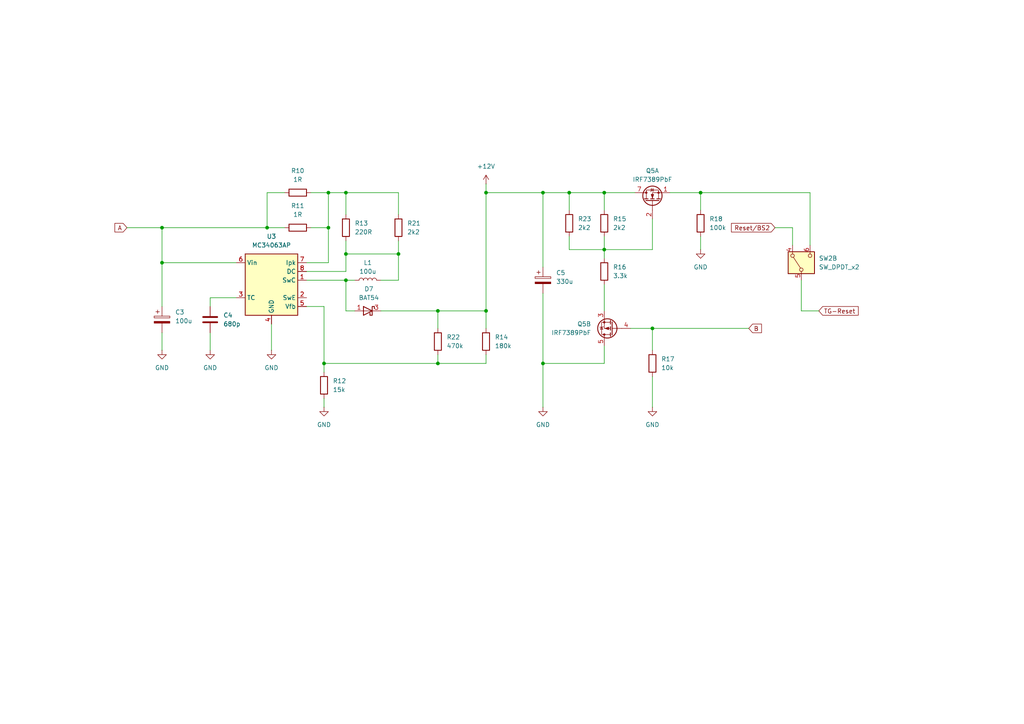
<source format=kicad_sch>
(kicad_sch (version 20231120) (generator "eeschema") (generator_version "8.0")
  (paper "A4")
  (lib_symbols
    (symbol "Device:C" (pin_numbers hide) (pin_names (offset 0.254))
      (property "Reference" "C" (at 0.635 2.54 0))
      (property "Value" "C" (at 0.635 -2.54 0))
      (symbol "C_0_1"
        (polyline (pts (xy -2.032 -0.762) (xy 2.032 -0.762)) (stroke (width 0.508)))
        (polyline (pts (xy -2.032 0.762) (xy 2.032 0.762)) (stroke (width 0.508)))
      )
      (symbol "C_1_1"
        (pin passive line (at 0 3.81 270) (length 2.794) (name "~") (number "1"))
        (pin passive line (at 0 -3.81 90) (length 2.794) (name "~") (number "2"))
      )
    )
    (symbol "Device:C_Polarized" (pin_numbers hide) (pin_names (offset 0.254))
      (property "Reference" "C" (at 0.635 2.54 0))
      (property "Value" "C_Polarized" (at 0.635 -2.54 0))
      (symbol "C_Polarized_0_1"
        (rectangle (start -2.286 0.508) (end 2.286 1.016))
        (polyline (pts (xy -1.778 2.286) (xy -0.762 2.286)))
        (polyline (pts (xy -1.27 2.794) (xy -1.27 1.778)))
        (rectangle (start 2.286 -0.508) (end -2.286 -1.016) (fill (type outline)))
      )
      (symbol "C_Polarized_1_1"
        (pin passive line (at 0 3.81 270) (length 2.794) (name "~") (number "1"))
        (pin passive line (at 0 -3.81 90) (length 2.794) (name "~") (number "2"))
      )
    )
    (symbol "Device:L" (pin_numbers hide) (pin_names (offset 1.016) hide)
      (property "Reference" "L" (at -1.27 0 90))
      (property "Value" "L" (at 1.905 0 90))
      (symbol "L_0_1"
        (arc (start 0 -2.54) (mid 0.6323 -1.905) (end 0 -1.27))
        (arc (start 0 -1.27) (mid 0.6323 -0.635) (end 0 0))
        (arc (start 0 0) (mid 0.6323 0.635) (end 0 1.27))
        (arc (start 0 1.27) (mid 0.6323 1.905) (end 0 2.54))
      )
      (symbol "L_1_1"
        (pin passive line (at 0 3.81 270) (length 1.27) (name "1") (number "1"))
        (pin passive line (at 0 -3.81 90) (length 1.27) (name "2") (number "2"))
      )
    )
    (symbol "Device:R" (pin_numbers hide) (pin_names (offset 0))
      (property "Reference" "R" (at 2.032 0 90))
      (property "Value" "R" (at 0 0 90))
      (symbol "R_0_1"
        (rectangle (start -1.016 -2.54) (end 1.016 2.54) (stroke (width 0.254)))
      )
      (symbol "R_1_1"
        (pin passive line (at 0 3.81 270) (length 1.27) (name "~") (number "1"))
        (pin passive line (at 0 -3.81 90) (length 1.27) (name "~") (number "2"))
      )
    )
    (symbol "My_Parts:BAT54" (pin_names (offset 1.016) hide)
      (property "Reference" "D" (at 0 2.54 0))
      (property "Value" "BAT54" (at 0 -2.54 0))
      (symbol "BAT54_0_1"
        (polyline (pts (xy 1.27 0) (xy -1.27 0)))
        (polyline (pts (xy 1.27 1.27) (xy 1.27 -1.27) (xy -1.27 0) (xy 1.27 1.27)) (stroke (width 0.254)))
        (polyline (pts (xy -1.905 0.635) (xy -1.905 1.27) (xy -1.27 1.27) (xy -1.27 -1.27) (xy -0.635 -1.27) (xy -0.635 -0.635)) (stroke (width 0.254)))
      )
      (symbol "BAT54_1_1"
        (pin passive line (at 3.81 0 180) (length 2.54) (name "A") (number "1"))
        (pin no_connect line (at 0 0 90) (length 2.54) hide (name "NC") (number "2"))
        (pin passive line (at -3.81 0 0) (length 2.54) (name "K") (number "3"))
      )
    )
    (symbol "My_Parts:IRF7389PbF" (pin_names hide)
      (property "Reference" "Q" (at 5.08 1.905 0))
      (property "Value" "IRF7389PbF" (at 5.08 0 0))
      (symbol "IRF7389PbF_0_1"
        (polyline (pts (xy 0.254 0) (xy -2.54 0)))
        (polyline (pts (xy 0.254 1.905) (xy 0.254 -1.905)) (stroke (width 0.254)))
        (polyline (pts (xy 0.762 -1.27) (xy 0.762 -2.286)) (stroke (width 0.254)))
        (polyline (pts (xy 0.762 0.508) (xy 0.762 -0.508)) (stroke (width 0.254)))
        (polyline (pts (xy 0.762 2.286) (xy 0.762 1.27)) (stroke (width 0.254)))
        (polyline (pts (xy 2.54 2.54) (xy 2.54 1.778)))
        (polyline (pts (xy 2.54 -2.54) (xy 2.54 0) (xy 0.762 0)))
        (polyline (pts (xy 0.762 -1.778) (xy 3.302 -1.778) (xy 3.302 1.778) (xy 0.762 1.778)))
        (circle (center 1.651 0) (radius 2.794) (stroke (width 0.254)))
        (circle (center 2.54 -1.778) (radius 0.254) (fill (type outline)))
        (circle (center 2.54 1.778) (radius 0.254) (fill (type outline)))
      )
      (symbol "IRF7389PbF_1_1"
        (polyline (pts (xy 1.016 0) (xy 2.032 0.381) (xy 2.032 -0.381) (xy 1.016 0)) (fill (type outline)))
        (polyline (pts (xy 2.794 0.508) (xy 2.921 0.381) (xy 3.683 0.381) (xy 3.81 0.254)))
        (polyline (pts (xy 3.302 0.381) (xy 2.921 -0.254) (xy 3.683 -0.254) (xy 3.302 0.381)))
        (pin passive line (at 2.54 -5.08 90) (length 2.54) (name "S") (number "1"))
        (pin input line (at -5.08 0 0) (length 2.54) (name "G") (number "2"))
        (pin passive line (at 2.54 5.08 270) (length 2.54) (name "D") (number "7"))
        (pin passive line (at 2.54 5.08 270) (length 2.54) hide (name "D") (number "8"))
      )
      (symbol "IRF7389PbF_2_1"
        (polyline (pts (xy 2.286 0) (xy 1.27 0.381) (xy 1.27 -0.381) (xy 2.286 0)) (fill (type outline)))
        (polyline (pts (xy 2.794 -0.508) (xy 2.921 -0.381) (xy 3.683 -0.381) (xy 3.81 -0.254)))
        (polyline (pts (xy 3.302 -0.381) (xy 2.921 0.254) (xy 3.683 0.254) (xy 3.302 -0.381)))
        (pin passive line (at 2.54 -5.08 90) (length 2.54) (name "1") (number "3"))
        (pin input line (at -5.08 0 0) (length 2.54) (name "G") (number "4"))
        (pin passive line (at 2.54 5.08 270) (length 2.54) (name "D") (number "5"))
        (pin passive line (at 2.54 5.08 270) (length 2.54) hide (name "D") (number "6"))
      )
    )
    (symbol "Regulator_Switching:MC34063AP"
      (property "Reference" "U" (at -7.62 8.89 0))
      (property "Value" "MC34063AP" (at 0 8.89 0))
      (symbol "MC34063AP_0_1"
        (rectangle (start -7.62 7.62) (end 7.62 -10.16) (stroke (width 0.254)) (fill (type background)))
      )
      (symbol "MC34063AP_1_1"
        (pin open_collector line (at 10.16 0 180) (length 2.54) (name "SwC") (number "1"))
        (pin open_emitter line (at 10.16 -5.08 180) (length 2.54) (name "SwE") (number "2"))
        (pin passive line (at -10.16 -5.08 0) (length 2.54) (name "TC") (number "3"))
        (pin power_in line (at 0 -12.7 90) (length 2.54) (name "GND") (number "4"))
        (pin input line (at 10.16 -7.62 180) (length 2.54) (name "Vfb") (number "5"))
        (pin power_in line (at -10.16 5.08 0) (length 2.54) (name "Vin") (number "6"))
        (pin input line (at 10.16 5.08 180) (length 2.54) (name "Ipk") (number "7"))
        (pin open_collector line (at 10.16 2.54 180) (length 2.54) (name "DC") (number "8"))
      )
    )
    (symbol "Switch:SW_DPDT_x2" (pin_names (offset 0) hide)
      (property "Reference" "SW" (at 0 5.08 0))
      (property "Value" "SW_DPDT_x2" (at 0 -5.08 0))
      (symbol "SW_DPDT_x2_0_0"
        (circle (center -2.032 0) (radius 0.508))
        (circle (center 2.032 -2.54) (radius 0.508))
      )
      (symbol "SW_DPDT_x2_0_1"
        (rectangle (start -3.175 3.81) (end 3.175 -3.81) (stroke (width 0.254)) (fill (type background)))
        (polyline (pts (xy -1.524 0.254) (xy 1.5748 2.286)))
        (circle (center 2.032 2.54) (radius 0.508))
      )
      (symbol "SW_DPDT_x2_1_1"
        (pin passive line (at 5.08 2.54 180) (length 2.54) (name "A") (number "1"))
        (pin passive line (at -5.08 0 0) (length 2.54) (name "B") (number "2"))
        (pin passive line (at 5.08 -2.54 180) (length 2.54) (name "C") (number "3"))
      )
      (symbol "SW_DPDT_x2_2_1"
        (pin passive line (at 5.08 2.54 180) (length 2.54) (name "A") (number "4"))
        (pin passive line (at -5.08 0 0) (length 2.54) (name "B") (number "5"))
        (pin passive line (at 5.08 -2.54 180) (length 2.54) (name "C") (number "6"))
      )
    )
    (symbol "power:+12V" (power) (pin_numbers hide) (pin_names (offset 0) hide)
      (property "Value" "+12V" (at 0 3.556 0))
      (symbol "+12V_0_1"
        (polyline (pts (xy -0.762 1.27) (xy 0 2.54)))
        (polyline (pts (xy 0 0) (xy 0 2.54)))
        (polyline (pts (xy 0 2.54) (xy 0.762 1.27)))
      )
      (symbol "+12V_1_1"
        (pin power_in line (at 0 0 90) (length 0) (name "~") (number "1"))
      )
    )
    (symbol "power:GND" (power) (pin_numbers hide) (pin_names (offset 0) hide)
      (property "Value" "GND" (at 0 -3.81 0))
      (symbol "GND_0_1"
        (polyline (pts (xy 0 0) (xy 0 -1.27) (xy 1.27 -1.27) (xy 0 -2.54) (xy -1.27 -1.27) (xy 0 -1.27)))
      )
      (symbol "GND_1_1"
        (pin power_in line (at 0 0 270) (length 0) (name "~") (number "1"))
      )
    )
  )
  (junction (at 95.25 55.88))
  (junction (at 140.97 90.17))
  (junction (at 175.26 55.88))
  (junction (at 175.26 72.39))
  (junction (at 203.2 55.88))
  (junction (at 77.47 66.04))
  (junction (at 140.97 55.88))
  (junction (at 157.48 105.41))
  (junction (at 93.98 105.41))
  (junction (at 100.33 81.28))
  (junction (at 165.1 55.88))
  (junction (at 115.57 73.66))
  (junction (at 127 105.41))
  (junction (at 189.23 95.25))
  (junction (at 46.99 66.04))
  (junction (at 46.99 76.2))
  (junction (at 157.48 55.88))
  (junction (at 100.33 55.88))
  (junction (at 95.25 66.04))
  (junction (at 127 90.17))
  (junction (at 100.33 73.66))
  (wire (pts (xy 127 102.87) (xy 127 105.41)))
  (wire (pts (xy 46.99 66.04) (xy 46.99 76.2)))
  (wire (pts (xy 175.26 55.88) (xy 165.1 55.88)))
  (wire (pts (xy 88.9 78.74) (xy 100.33 78.74)))
  (wire (pts (xy 165.1 55.88) (xy 157.48 55.88)))
  (wire (pts (xy 140.97 90.17) (xy 140.97 55.88)))
  (wire (pts (xy 194.31 55.88) (xy 203.2 55.88)))
  (wire (pts (xy 175.26 82.55) (xy 175.26 90.17)))
  (wire (pts (xy 229.87 66.04) (xy 224.79 66.04)))
  (wire (pts (xy 189.23 72.39) (xy 175.26 72.39)))
  (wire (pts (xy 189.23 101.6) (xy 189.23 95.25)))
  (wire (pts (xy 100.33 78.74) (xy 100.33 73.66)))
  (wire (pts (xy 140.97 55.88) (xy 157.48 55.88)))
  (wire (pts (xy 115.57 81.28) (xy 115.57 73.66)))
  (wire (pts (xy 46.99 96.52) (xy 46.99 101.6)))
  (wire (pts (xy 237.49 90.17) (xy 232.41 90.17)))
  (wire (pts (xy 100.33 81.28) (xy 100.33 90.17)))
  (wire (pts (xy 46.99 88.9) (xy 46.99 76.2)))
  (wire (pts (xy 175.26 72.39) (xy 175.26 74.93)))
  (wire (pts (xy 203.2 55.88) (xy 203.2 60.96)))
  (wire (pts (xy 165.1 55.88) (xy 165.1 60.96)))
  (wire (pts (xy 93.98 88.9) (xy 93.98 105.41)))
  (wire (pts (xy 46.99 76.2) (xy 68.58 76.2)))
  (wire (pts (xy 60.96 96.52) (xy 60.96 101.6)))
  (wire (pts (xy 175.26 55.88) (xy 184.15 55.88)))
  (wire (pts (xy 100.33 81.28) (xy 102.87 81.28)))
  (wire (pts (xy 77.47 66.04) (xy 82.55 66.04)))
  (wire (pts (xy 88.9 81.28) (xy 100.33 81.28)))
  (wire (pts (xy 82.55 55.88) (xy 77.47 55.88)))
  (wire (pts (xy 115.57 73.66) (xy 100.33 73.66)))
  (wire (pts (xy 100.33 55.88) (xy 95.25 55.88)))
  (wire (pts (xy 157.48 105.41) (xy 157.48 118.11)))
  (wire (pts (xy 78.74 93.98) (xy 78.74 101.6)))
  (wire (pts (xy 93.98 105.41) (xy 93.98 107.95)))
  (wire (pts (xy 110.49 90.17) (xy 127 90.17)))
  (wire (pts (xy 90.17 55.88) (xy 95.25 55.88)))
  (wire (pts (xy 95.25 76.2) (xy 95.25 66.04)))
  (wire (pts (xy 175.26 105.41) (xy 157.48 105.41)))
  (wire (pts (xy 165.1 68.58) (xy 165.1 72.39)))
  (wire (pts (xy 127 90.17) (xy 140.97 90.17)))
  (wire (pts (xy 140.97 55.88) (xy 140.97 53.34)))
  (wire (pts (xy 93.98 105.41) (xy 127 105.41)))
  (wire (pts (xy 90.17 66.04) (xy 95.25 66.04)))
  (wire (pts (xy 46.99 66.04) (xy 77.47 66.04)))
  (wire (pts (xy 189.23 95.25) (xy 217.17 95.25)))
  (wire (pts (xy 157.48 85.09) (xy 157.48 105.41)))
  (wire (pts (xy 232.41 81.28) (xy 232.41 90.17)))
  (wire (pts (xy 140.97 90.17) (xy 140.97 95.25)))
  (wire (pts (xy 229.87 71.12) (xy 229.87 66.04)))
  (wire (pts (xy 140.97 105.41) (xy 140.97 102.87)))
  (wire (pts (xy 175.26 60.96) (xy 175.26 55.88)))
  (wire (pts (xy 77.47 55.88) (xy 77.47 66.04)))
  (wire (pts (xy 234.95 71.12) (xy 234.95 55.88)))
  (wire (pts (xy 36.83 66.04) (xy 46.99 66.04)))
  (wire (pts (xy 95.25 55.88) (xy 95.25 66.04)))
  (wire (pts (xy 189.23 95.25) (xy 182.88 95.25)))
  (wire (pts (xy 68.58 86.36) (xy 60.96 86.36)))
  (wire (pts (xy 88.9 76.2) (xy 95.25 76.2)))
  (wire (pts (xy 175.26 100.33) (xy 175.26 105.41)))
  (wire (pts (xy 157.48 77.47) (xy 157.48 55.88)))
  (wire (pts (xy 189.23 63.5) (xy 189.23 72.39)))
  (wire (pts (xy 127 90.17) (xy 127 95.25)))
  (wire (pts (xy 189.23 109.22) (xy 189.23 118.11)))
  (wire (pts (xy 100.33 73.66) (xy 100.33 69.85)))
  (wire (pts (xy 234.95 55.88) (xy 203.2 55.88)))
  (wire (pts (xy 110.49 81.28) (xy 115.57 81.28)))
  (wire (pts (xy 203.2 68.58) (xy 203.2 72.39)))
  (wire (pts (xy 115.57 62.23) (xy 115.57 55.88)))
  (wire (pts (xy 102.87 90.17) (xy 100.33 90.17)))
  (wire (pts (xy 100.33 62.23) (xy 100.33 55.88)))
  (wire (pts (xy 175.26 68.58) (xy 175.26 72.39)))
  (wire (pts (xy 88.9 88.9) (xy 93.98 88.9)))
  (wire (pts (xy 165.1 72.39) (xy 175.26 72.39)))
  (wire (pts (xy 127 105.41) (xy 140.97 105.41)))
  (wire (pts (xy 60.96 86.36) (xy 60.96 88.9)))
  (wire (pts (xy 115.57 69.85) (xy 115.57 73.66)))
  (wire (pts (xy 115.57 55.88) (xy 100.33 55.88)))
  (wire (pts (xy 93.98 115.57) (xy 93.98 118.11)))
  (global_label "A" (shape input) (at 36.83 66.04 180) (property "Intersheetrefs" "${INTERSHEET_REFS}" (effects (hide yes))))
  (global_label "Reset{slash}BS2" (shape input) (at 224.79 66.04 180) (property "Intersheetrefs" "${INTERSHEET_REFS}" (effects (hide yes))))
  (global_label "TG-Reset" (shape input) (at 237.49 90.17 0) (property "Intersheetrefs" "${INTERSHEET_REFS}" (effects (hide yes))))
  (global_label "B" (shape input) (at 217.17 95.25 0) (property "Intersheetrefs" "${INTERSHEET_REFS}" (effects (hide yes))))
  (symbol (lib_id "My_Parts:IRF7389PbF") (at 177.8 95.25 180) (unit 2)
    (property "Reference" "Q5" (at 171.45 93.9799 0) (effects (justify left)))
    (property "Value" "IRF7389PbF" (at 171.45 96.5199 0) (effects (justify left)))
    (property "Footprint" "Package_SO:SOIC-8_3.9x4.9mm_P1.27mm" (effects (hide yes)))
    (property "Datasheet" "https://www.electrokit.com/upload/product/41017/41017949/irf7389pbf.pdf" (effects (hide yes)))
    (property "Description" "6A Id, 30V Vds, Dual HEXFET N- and P-Channel MOSFET, SO-8" (effects (hide yes)))
  )
  (symbol (lib_id "power:GND") (at 93.98 118.11 0) (unit 1)
    (property "Reference" "#PWR027" (effects (hide yes)))
    (property "Value" "GND" (at 93.98 123.19 0))
    (property "Description" "Power symbol creates a global label with name \"GND\" , ground" (effects (hide yes)))
  )
  (symbol (lib_id "Device:R") (at 86.36 66.04 90) (unit 1)
    (property "Reference" "R11" (at 86.36 59.69 90))
    (property "Value" "1R" (at 86.36 62.23 90))
    (property "Footprint" "Resistor_SMD:R_1206_3216Metric_Pad1.30x1.75mm_HandSolder" (effects (hide yes)))
    (property "Description" "Resistor" (effects (hide yes)))
  )
  (symbol (lib_id "Device:C") (at 60.96 92.71 0) (unit 1)
    (property "Reference" "C4" (at 64.77 91.4399 0) (effects (justify left)))
    (property "Value" "680p" (at 64.77 93.9799 0) (effects (justify left)))
    (property "Footprint" "Capacitor_SMD:C_1206_3216Metric_Pad1.33x1.80mm_HandSolder" (effects (hide yes)))
    (property "Description" "Unpolarized capacitor" (effects (hide yes)))
  )
  (symbol (lib_id "Device:R") (at 165.1 64.77 0) (unit 1)
    (property "Reference" "R23" (at 167.64 63.4999 0) (effects (justify left)))
    (property "Value" "2k2" (at 167.64 66.0399 0) (effects (justify left)))
    (property "Footprint" "Resistor_SMD:R_1206_3216Metric_Pad1.30x1.75mm_HandSolder" (effects (hide yes)))
    (property "Description" "Resistor" (effects (hide yes)))
  )
  (symbol (lib_id "Device:R") (at 203.2 64.77 0) (unit 1)
    (property "Reference" "R18" (at 205.74 63.4999 0) (effects (justify left)))
    (property "Value" "100k" (at 205.74 66.0399 0) (effects (justify left)))
    (property "Footprint" "Resistor_SMD:R_1206_3216Metric_Pad1.30x1.75mm_HandSolder" (effects (hide yes)))
    (property "Description" "Resistor" (effects (hide yes)))
  )
  (symbol (lib_id "power:+12V") (at 140.97 53.34 0) (unit 1)
    (property "Reference" "#PWR028" (effects (hide yes)))
    (property "Value" "+12V" (at 140.97 48.26 0))
    (property "Description" "Power symbol creates a global label with name \"+12V\"" (effects (hide yes)))
  )
  (symbol (lib_id "power:GND") (at 60.96 101.6 0) (unit 1)
    (property "Reference" "#PWR025" (effects (hide yes)))
    (property "Value" "GND" (at 60.96 106.68 0))
    (property "Description" "Power symbol creates a global label with name \"GND\" , ground" (effects (hide yes)))
  )
  (symbol (lib_id "Device:R") (at 86.36 55.88 90) (unit 1)
    (property "Reference" "R10" (at 86.36 49.53 90))
    (property "Value" "1R" (at 86.36 52.07 90))
    (property "Footprint" "Resistor_SMD:R_1206_3216Metric_Pad1.30x1.75mm_HandSolder" (effects (hide yes)))
    (property "Description" "Resistor" (effects (hide yes)))
  )
  (symbol (lib_id "My_Parts:BAT54") (at 106.68 90.17 0) (mirror y) (unit 1)
    (property "Reference" "D7" (at 106.9975 83.82 0))
    (property "Value" "BAT54" (at 106.9975 86.36 0))
    (property "Footprint" "Package_TO_SOT_SMD:SOT-23_Handsoldering" (effects (hide yes)))
    (property "Datasheet" "https://www.electrokit.com/upload/product/40310/40310054/40310054.pdf" (effects (hide yes)))
    (property "Description" "Schottky barrier diode, SOT-23" (effects (hide yes)))
  )
  (symbol (lib_id "power:GND") (at 157.48 118.11 0) (unit 1)
    (property "Reference" "#PWR029" (effects (hide yes)))
    (property "Value" "GND" (at 157.48 123.19 0))
    (property "Description" "Power symbol creates a global label with name \"GND\" , ground" (effects (hide yes)))
  )
  (symbol (lib_id "Regulator_Switching:MC34063AP") (at 78.74 81.28 0) (unit 1)
    (property "Reference" "U3" (at 78.74 68.58 0))
    (property "Value" "MC34063AP" (at 78.74 71.12 0))
    (property "Footprint" "My_Misc:DIP-8_W7.62mm_Socket_w_dip_packet_LongPads" (effects (hide yes)))
    (property "Datasheet" "http://www.onsemi.com/pub_link/Collateral/MC34063A-D.PDF" (effects (hide yes)))
    (property "Description" "1.5A, step-up/down/inverting switching regulator, 3-40V Vin, 100kHz, DIP-8" (effects (hide yes)))
  )
  (symbol (lib_id "Device:C_Polarized") (at 157.48 81.28 0) (unit 1)
    (property "Reference" "C5" (at 161.29 79.1209 0) (effects (justify left)))
    (property "Value" "330u" (at 161.29 81.6609 0) (effects (justify left)))
    (property "Footprint" "Capacitor_SMD:CP_Elec_10x10" (effects (hide yes)))
    (property "Description" "Polarized capacitor" (effects (hide yes)))
  )
  (symbol (lib_id "Device:R") (at 115.57 66.04 180) (unit 1)
    (property "Reference" "R21" (at 118.11 64.7699 0) (effects (justify right)))
    (property "Value" "2k2" (at 118.11 67.3099 0) (effects (justify right)))
    (property "Footprint" "Resistor_SMD:R_1206_3216Metric_Pad1.30x1.75mm_HandSolder" (effects (hide yes)))
    (property "Description" "Resistor" (effects (hide yes)))
  )
  (symbol (lib_id "Device:R") (at 93.98 111.76 0) (unit 1)
    (property "Reference" "R12" (at 96.52 110.4899 0) (effects (justify left)))
    (property "Value" "15k" (at 96.52 113.0299 0) (effects (justify left)))
    (property "Footprint" "Resistor_SMD:R_1206_3216Metric_Pad1.30x1.75mm_HandSolder" (effects (hide yes)))
    (property "Description" "Resistor" (effects (hide yes)))
  )
  (symbol (lib_id "Device:L") (at 106.68 81.28 90) (unit 1)
    (property "Reference" "L1" (at 106.68 76.2 90))
    (property "Value" "100u" (at 106.68 78.74 90))
    (property "Footprint" "Inductor_SMD:L_1210_3225Metric_Pad1.42x2.65mm_HandSolder" (effects (hide yes)))
    (property "Description" "Inductor" (effects (hide yes)))
  )
  (symbol (lib_id "Device:R") (at 127 99.06 0) (unit 1)
    (property "Reference" "R22" (at 129.54 97.7899 0) (effects (justify left)))
    (property "Value" "470k" (at 129.54 100.3299 0) (effects (justify left)))
    (property "Footprint" "Resistor_SMD:R_1206_3216Metric_Pad1.30x1.75mm_HandSolder" (effects (hide yes)))
    (property "Description" "Resistor" (effects (hide yes)))
  )
  (symbol (lib_id "Device:R") (at 175.26 78.74 0) (unit 1)
    (property "Reference" "R16" (at 177.8 77.4699 0) (effects (justify left)))
    (property "Value" "3.3k" (at 177.8 80.0099 0) (effects (justify left)))
    (property "Footprint" "Resistor_SMD:R_1206_3216Metric_Pad1.30x1.75mm_HandSolder" (effects (hide yes)))
    (property "Description" "Resistor" (effects (hide yes)))
  )
  (symbol (lib_id "Device:R") (at 189.23 105.41 0) (unit 1)
    (property "Reference" "R17" (at 191.77 104.1399 0) (effects (justify left)))
    (property "Value" "10k" (at 191.77 106.6799 0) (effects (justify left)))
    (property "Footprint" "Resistor_SMD:R_1206_3216Metric_Pad1.30x1.75mm_HandSolder" (effects (hide yes)))
    (property "Description" "Resistor" (effects (hide yes)))
  )
  (symbol (lib_id "Switch:SW_DPDT_x2") (at 232.41 76.2 90) (unit 2)
    (property "Reference" "SW2" (at 237.49 74.9299 90) (effects (justify right)))
    (property "Value" "SW_DPDT_x2" (at 237.49 77.4699 90) (effects (justify right)))
    (property "Footprint" "My_Parts:Switch slide 2-pole on-on" (effects (hide yes)))
    (property "Description" "Switch, dual pole double throw, separate symbols" (effects (hide yes)))
  )
  (symbol (lib_id "Device:R") (at 140.97 99.06 0) (unit 1)
    (property "Reference" "R14" (at 143.51 97.7899 0) (effects (justify left)))
    (property "Value" "180k" (at 143.51 100.3299 0) (effects (justify left)))
    (property "Footprint" "Resistor_SMD:R_1206_3216Metric_Pad1.30x1.75mm_HandSolder" (effects (hide yes)))
    (property "Description" "Resistor" (effects (hide yes)))
  )
  (symbol (lib_id "Device:R") (at 175.26 64.77 0) (unit 1)
    (property "Reference" "R15" (at 177.8 63.4999 0) (effects (justify left)))
    (property "Value" "2k2" (at 177.8 66.0399 0) (effects (justify left)))
    (property "Footprint" "Resistor_SMD:R_1206_3216Metric_Pad1.30x1.75mm_HandSolder" (effects (hide yes)))
    (property "Description" "Resistor" (effects (hide yes)))
  )
  (symbol (lib_id "Device:C_Polarized") (at 46.99 92.71 0) (unit 1)
    (property "Reference" "C3" (at 50.8 90.5509 0) (effects (justify left)))
    (property "Value" "100u" (at 50.8 93.0909 0) (effects (justify left)))
    (property "Footprint" "Capacitor_SMD:CP_Elec_8x10" (effects (hide yes)))
    (property "Description" "Polarized capacitor" (effects (hide yes)))
  )
  (symbol (lib_id "power:GND") (at 189.23 118.11 0) (unit 1)
    (property "Reference" "#PWR030" (effects (hide yes)))
    (property "Value" "GND" (at 189.23 123.19 0))
    (property "Description" "Power symbol creates a global label with name \"GND\" , ground" (effects (hide yes)))
  )
  (symbol (lib_id "power:GND") (at 78.74 101.6 0) (unit 1)
    (property "Reference" "#PWR026" (effects (hide yes)))
    (property "Value" "GND" (at 78.74 106.68 0))
    (property "Description" "Power symbol creates a global label with name \"GND\" , ground" (effects (hide yes)))
  )
  (symbol (lib_id "My_Parts:IRF7389PbF") (at 189.23 58.42 90) (unit 1)
    (property "Reference" "Q5" (at 189.23 49.53 90))
    (property "Value" "IRF7389PbF" (at 189.23 52.07 90))
    (property "Footprint" "Package_SO:SOIC-8_3.9x4.9mm_P1.27mm" (effects (hide yes)))
    (property "Datasheet" "https://www.electrokit.com/upload/product/41017/41017949/irf7389pbf.pdf" (effects (hide yes)))
    (property "Description" "6A Id, 30V Vds, Dual HEXFET N- and P-Channel MOSFET, SO-8" (effects (hide yes)))
  )
  (symbol (lib_id "power:GND") (at 46.99 101.6 0) (unit 1)
    (property "Reference" "#PWR024" (effects (hide yes)))
    (property "Value" "GND" (at 46.99 106.68 0))
    (property "Description" "Power symbol creates a global label with name \"GND\" , ground" (effects (hide yes)))
  )
  (symbol (lib_id "power:GND") (at 203.2 72.39 0) (unit 1)
    (property "Reference" "#PWR031" (effects (hide yes)))
    (property "Value" "GND" (at 203.2 77.47 0))
    (property "Description" "Power symbol creates a global label with name \"GND\" , ground" (effects (hide yes)))
  )
  (symbol (lib_id "Device:R") (at 100.33 66.04 180) (unit 1)
    (property "Reference" "R13" (at 102.87 64.7699 0) (effects (justify right)))
    (property "Value" "220R" (at 102.87 67.3099 0) (effects (justify right)))
    (property "Footprint" "Resistor_SMD:R_1206_3216Metric_Pad1.30x1.75mm_HandSolder" (effects (hide yes)))
    (property "Description" "Resistor" (effects (hide yes)))
  )
)
</source>
